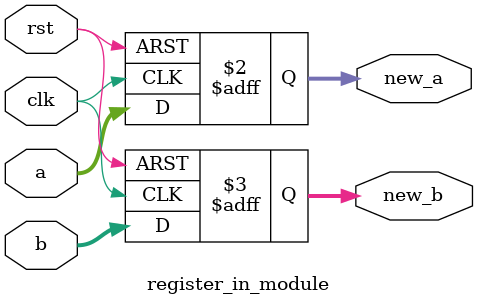
<source format=sv>
module register_in_module #(parameter N=4)
(
  input logic clk,
  input logic rst,
  input logic [N-1:0] a, 
  input logic [N-1:0] b,
  output logic [N-1:0] new_a, 
  output logic [N-1:0]new_b
);
	
  always_ff @(posedge clk, posedge rst)
    begin
      if (rst)
		  begin
	       new_a = 4'b0000;
		    new_b = 4'b0000;
		  end
	   else
		  begin
	       new_a = a;
		    new_b = b;
		  end
	 end
			
endmodule 
</source>
